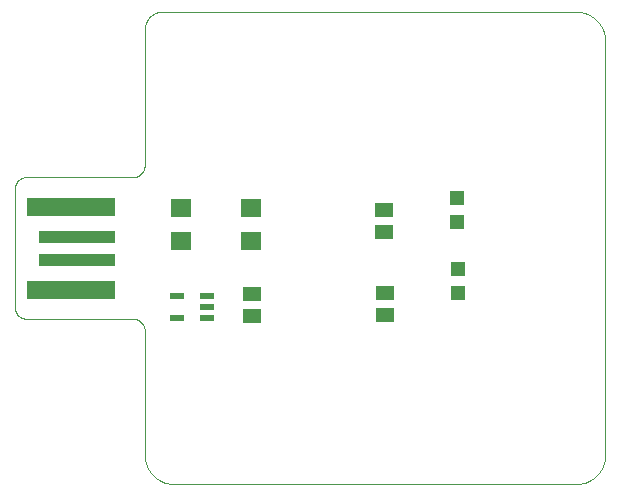
<source format=gtp>
G75*
%MOIN*%
%OFA0B0*%
%FSLAX25Y25*%
%IPPOS*%
%LPD*%
%AMOC8*
5,1,8,0,0,1.08239X$1,22.5*
%
%ADD10C,0.00000*%
%ADD11R,0.07087X0.06299*%
%ADD12R,0.29528X0.05906*%
%ADD13R,0.25591X0.03937*%
%ADD14R,0.04724X0.04724*%
%ADD15R,0.05906X0.05118*%
%ADD16R,0.04724X0.02165*%
D10*
X0056328Y0011043D02*
X0056328Y0052381D01*
X0056326Y0052505D01*
X0056320Y0052628D01*
X0056311Y0052752D01*
X0056297Y0052874D01*
X0056280Y0052997D01*
X0056258Y0053119D01*
X0056233Y0053240D01*
X0056204Y0053360D01*
X0056172Y0053479D01*
X0056135Y0053598D01*
X0056095Y0053715D01*
X0056052Y0053830D01*
X0056004Y0053945D01*
X0055953Y0054057D01*
X0055899Y0054168D01*
X0055841Y0054278D01*
X0055780Y0054385D01*
X0055715Y0054491D01*
X0055647Y0054594D01*
X0055576Y0054695D01*
X0055502Y0054794D01*
X0055425Y0054891D01*
X0055344Y0054985D01*
X0055261Y0055076D01*
X0055175Y0055165D01*
X0055086Y0055251D01*
X0054995Y0055334D01*
X0054901Y0055415D01*
X0054804Y0055492D01*
X0054705Y0055566D01*
X0054604Y0055637D01*
X0054501Y0055705D01*
X0054395Y0055770D01*
X0054288Y0055831D01*
X0054178Y0055889D01*
X0054067Y0055943D01*
X0053955Y0055994D01*
X0053840Y0056042D01*
X0053725Y0056085D01*
X0053608Y0056125D01*
X0053489Y0056162D01*
X0053370Y0056194D01*
X0053250Y0056223D01*
X0053129Y0056248D01*
X0053007Y0056270D01*
X0052884Y0056287D01*
X0052762Y0056301D01*
X0052638Y0056310D01*
X0052515Y0056316D01*
X0052391Y0056318D01*
X0016958Y0056318D01*
X0016834Y0056320D01*
X0016711Y0056326D01*
X0016587Y0056335D01*
X0016465Y0056349D01*
X0016342Y0056366D01*
X0016220Y0056388D01*
X0016099Y0056413D01*
X0015979Y0056442D01*
X0015860Y0056474D01*
X0015741Y0056511D01*
X0015624Y0056551D01*
X0015509Y0056594D01*
X0015394Y0056642D01*
X0015282Y0056693D01*
X0015171Y0056747D01*
X0015061Y0056805D01*
X0014954Y0056866D01*
X0014848Y0056931D01*
X0014745Y0056999D01*
X0014644Y0057070D01*
X0014545Y0057144D01*
X0014448Y0057221D01*
X0014354Y0057302D01*
X0014263Y0057385D01*
X0014174Y0057471D01*
X0014088Y0057560D01*
X0014005Y0057651D01*
X0013924Y0057745D01*
X0013847Y0057842D01*
X0013773Y0057941D01*
X0013702Y0058042D01*
X0013634Y0058145D01*
X0013569Y0058251D01*
X0013508Y0058358D01*
X0013450Y0058468D01*
X0013396Y0058579D01*
X0013345Y0058691D01*
X0013297Y0058806D01*
X0013254Y0058921D01*
X0013214Y0059038D01*
X0013177Y0059157D01*
X0013145Y0059276D01*
X0013116Y0059396D01*
X0013091Y0059517D01*
X0013069Y0059639D01*
X0013052Y0059762D01*
X0013038Y0059884D01*
X0013029Y0060008D01*
X0013023Y0060131D01*
X0013021Y0060255D01*
X0013021Y0099625D01*
X0013023Y0099749D01*
X0013029Y0099872D01*
X0013038Y0099996D01*
X0013052Y0100118D01*
X0013069Y0100241D01*
X0013091Y0100363D01*
X0013116Y0100484D01*
X0013145Y0100604D01*
X0013177Y0100723D01*
X0013214Y0100842D01*
X0013254Y0100959D01*
X0013297Y0101074D01*
X0013345Y0101189D01*
X0013396Y0101301D01*
X0013450Y0101412D01*
X0013508Y0101522D01*
X0013569Y0101629D01*
X0013634Y0101735D01*
X0013702Y0101838D01*
X0013773Y0101939D01*
X0013847Y0102038D01*
X0013924Y0102135D01*
X0014005Y0102229D01*
X0014088Y0102320D01*
X0014174Y0102409D01*
X0014263Y0102495D01*
X0014354Y0102578D01*
X0014448Y0102659D01*
X0014545Y0102736D01*
X0014644Y0102810D01*
X0014745Y0102881D01*
X0014848Y0102949D01*
X0014954Y0103014D01*
X0015061Y0103075D01*
X0015171Y0103133D01*
X0015282Y0103187D01*
X0015394Y0103238D01*
X0015509Y0103286D01*
X0015624Y0103329D01*
X0015741Y0103369D01*
X0015860Y0103406D01*
X0015979Y0103438D01*
X0016099Y0103467D01*
X0016220Y0103492D01*
X0016342Y0103514D01*
X0016465Y0103531D01*
X0016587Y0103545D01*
X0016711Y0103554D01*
X0016834Y0103560D01*
X0016958Y0103562D01*
X0052391Y0103562D01*
X0052515Y0103564D01*
X0052638Y0103570D01*
X0052762Y0103579D01*
X0052884Y0103593D01*
X0053007Y0103610D01*
X0053129Y0103632D01*
X0053250Y0103657D01*
X0053370Y0103686D01*
X0053489Y0103718D01*
X0053608Y0103755D01*
X0053725Y0103795D01*
X0053840Y0103838D01*
X0053955Y0103886D01*
X0054067Y0103937D01*
X0054178Y0103991D01*
X0054288Y0104049D01*
X0054395Y0104110D01*
X0054501Y0104175D01*
X0054604Y0104243D01*
X0054705Y0104314D01*
X0054804Y0104388D01*
X0054901Y0104465D01*
X0054995Y0104546D01*
X0055086Y0104629D01*
X0055175Y0104715D01*
X0055261Y0104804D01*
X0055344Y0104895D01*
X0055425Y0104989D01*
X0055502Y0105086D01*
X0055576Y0105185D01*
X0055647Y0105286D01*
X0055715Y0105389D01*
X0055780Y0105495D01*
X0055841Y0105602D01*
X0055899Y0105712D01*
X0055953Y0105823D01*
X0056004Y0105935D01*
X0056052Y0106050D01*
X0056095Y0106165D01*
X0056135Y0106282D01*
X0056172Y0106401D01*
X0056204Y0106520D01*
X0056233Y0106640D01*
X0056258Y0106761D01*
X0056280Y0106883D01*
X0056297Y0107006D01*
X0056311Y0107128D01*
X0056320Y0107252D01*
X0056326Y0107375D01*
X0056328Y0107499D01*
X0056328Y0152775D01*
X0056330Y0152927D01*
X0056336Y0153079D01*
X0056346Y0153231D01*
X0056359Y0153382D01*
X0056377Y0153533D01*
X0056398Y0153684D01*
X0056424Y0153834D01*
X0056453Y0153983D01*
X0056486Y0154132D01*
X0056523Y0154279D01*
X0056563Y0154426D01*
X0056608Y0154571D01*
X0056656Y0154715D01*
X0056708Y0154858D01*
X0056763Y0155000D01*
X0056822Y0155140D01*
X0056885Y0155279D01*
X0056951Y0155416D01*
X0057021Y0155551D01*
X0057094Y0155684D01*
X0057171Y0155815D01*
X0057251Y0155945D01*
X0057334Y0156072D01*
X0057420Y0156197D01*
X0057510Y0156320D01*
X0057603Y0156440D01*
X0057699Y0156558D01*
X0057798Y0156674D01*
X0057900Y0156787D01*
X0058004Y0156897D01*
X0058112Y0157005D01*
X0058222Y0157109D01*
X0058335Y0157211D01*
X0058451Y0157310D01*
X0058569Y0157406D01*
X0058689Y0157499D01*
X0058812Y0157589D01*
X0058937Y0157675D01*
X0059064Y0157758D01*
X0059194Y0157838D01*
X0059325Y0157915D01*
X0059458Y0157988D01*
X0059593Y0158058D01*
X0059730Y0158124D01*
X0059869Y0158187D01*
X0060009Y0158246D01*
X0060151Y0158301D01*
X0060294Y0158353D01*
X0060438Y0158401D01*
X0060583Y0158446D01*
X0060730Y0158486D01*
X0060877Y0158523D01*
X0061026Y0158556D01*
X0061175Y0158585D01*
X0061325Y0158611D01*
X0061476Y0158632D01*
X0061627Y0158650D01*
X0061778Y0158663D01*
X0061930Y0158673D01*
X0062082Y0158679D01*
X0062234Y0158681D01*
X0062234Y0158680D02*
X0200029Y0158680D01*
X0200029Y0158681D02*
X0200267Y0158678D01*
X0200505Y0158670D01*
X0200742Y0158655D01*
X0200979Y0158635D01*
X0201215Y0158609D01*
X0201451Y0158578D01*
X0201686Y0158541D01*
X0201920Y0158498D01*
X0202153Y0158449D01*
X0202385Y0158395D01*
X0202615Y0158335D01*
X0202844Y0158270D01*
X0203071Y0158199D01*
X0203296Y0158123D01*
X0203519Y0158041D01*
X0203741Y0157954D01*
X0203960Y0157862D01*
X0204177Y0157764D01*
X0204391Y0157662D01*
X0204603Y0157554D01*
X0204813Y0157440D01*
X0205019Y0157322D01*
X0205223Y0157199D01*
X0205423Y0157071D01*
X0205620Y0156939D01*
X0205815Y0156801D01*
X0206005Y0156659D01*
X0206193Y0156512D01*
X0206376Y0156361D01*
X0206556Y0156206D01*
X0206732Y0156046D01*
X0206904Y0155882D01*
X0207073Y0155713D01*
X0207237Y0155541D01*
X0207397Y0155365D01*
X0207552Y0155185D01*
X0207703Y0155002D01*
X0207850Y0154814D01*
X0207992Y0154624D01*
X0208130Y0154429D01*
X0208262Y0154232D01*
X0208390Y0154032D01*
X0208513Y0153828D01*
X0208631Y0153622D01*
X0208745Y0153412D01*
X0208853Y0153200D01*
X0208955Y0152986D01*
X0209053Y0152769D01*
X0209145Y0152550D01*
X0209232Y0152328D01*
X0209314Y0152105D01*
X0209390Y0151880D01*
X0209461Y0151653D01*
X0209526Y0151424D01*
X0209586Y0151194D01*
X0209640Y0150962D01*
X0209689Y0150729D01*
X0209732Y0150495D01*
X0209769Y0150260D01*
X0209800Y0150024D01*
X0209826Y0149788D01*
X0209846Y0149551D01*
X0209861Y0149314D01*
X0209869Y0149076D01*
X0209872Y0148838D01*
X0209871Y0148838D02*
X0209871Y0011043D01*
X0209872Y0011043D02*
X0209869Y0010805D01*
X0209861Y0010567D01*
X0209846Y0010330D01*
X0209826Y0010093D01*
X0209800Y0009857D01*
X0209769Y0009621D01*
X0209732Y0009386D01*
X0209689Y0009152D01*
X0209640Y0008919D01*
X0209586Y0008687D01*
X0209526Y0008457D01*
X0209461Y0008228D01*
X0209390Y0008001D01*
X0209314Y0007776D01*
X0209232Y0007553D01*
X0209145Y0007331D01*
X0209053Y0007112D01*
X0208955Y0006895D01*
X0208853Y0006681D01*
X0208745Y0006469D01*
X0208631Y0006259D01*
X0208513Y0006053D01*
X0208390Y0005849D01*
X0208262Y0005649D01*
X0208130Y0005452D01*
X0207992Y0005257D01*
X0207850Y0005067D01*
X0207703Y0004879D01*
X0207552Y0004696D01*
X0207397Y0004516D01*
X0207237Y0004340D01*
X0207073Y0004168D01*
X0206904Y0003999D01*
X0206732Y0003835D01*
X0206556Y0003675D01*
X0206376Y0003520D01*
X0206193Y0003369D01*
X0206005Y0003222D01*
X0205815Y0003080D01*
X0205620Y0002942D01*
X0205423Y0002810D01*
X0205223Y0002682D01*
X0205019Y0002559D01*
X0204813Y0002441D01*
X0204603Y0002327D01*
X0204391Y0002219D01*
X0204177Y0002117D01*
X0203960Y0002019D01*
X0203741Y0001927D01*
X0203519Y0001840D01*
X0203296Y0001758D01*
X0203071Y0001682D01*
X0202844Y0001611D01*
X0202615Y0001546D01*
X0202385Y0001486D01*
X0202153Y0001432D01*
X0201920Y0001383D01*
X0201686Y0001340D01*
X0201451Y0001303D01*
X0201215Y0001272D01*
X0200979Y0001246D01*
X0200742Y0001226D01*
X0200505Y0001211D01*
X0200267Y0001203D01*
X0200029Y0001200D01*
X0066171Y0001200D01*
X0065933Y0001203D01*
X0065695Y0001211D01*
X0065458Y0001226D01*
X0065221Y0001246D01*
X0064985Y0001272D01*
X0064749Y0001303D01*
X0064514Y0001340D01*
X0064280Y0001383D01*
X0064047Y0001432D01*
X0063815Y0001486D01*
X0063585Y0001546D01*
X0063356Y0001611D01*
X0063129Y0001682D01*
X0062904Y0001758D01*
X0062681Y0001840D01*
X0062459Y0001927D01*
X0062240Y0002019D01*
X0062023Y0002117D01*
X0061809Y0002219D01*
X0061597Y0002327D01*
X0061387Y0002441D01*
X0061181Y0002559D01*
X0060977Y0002682D01*
X0060777Y0002810D01*
X0060580Y0002942D01*
X0060385Y0003080D01*
X0060195Y0003222D01*
X0060007Y0003369D01*
X0059824Y0003520D01*
X0059644Y0003675D01*
X0059468Y0003835D01*
X0059296Y0003999D01*
X0059127Y0004168D01*
X0058963Y0004340D01*
X0058803Y0004516D01*
X0058648Y0004696D01*
X0058497Y0004879D01*
X0058350Y0005067D01*
X0058208Y0005257D01*
X0058070Y0005452D01*
X0057938Y0005649D01*
X0057810Y0005849D01*
X0057687Y0006053D01*
X0057569Y0006259D01*
X0057455Y0006469D01*
X0057347Y0006681D01*
X0057245Y0006895D01*
X0057147Y0007112D01*
X0057055Y0007331D01*
X0056968Y0007553D01*
X0056886Y0007776D01*
X0056810Y0008001D01*
X0056739Y0008228D01*
X0056674Y0008457D01*
X0056614Y0008687D01*
X0056560Y0008919D01*
X0056511Y0009152D01*
X0056468Y0009386D01*
X0056431Y0009621D01*
X0056400Y0009857D01*
X0056374Y0010093D01*
X0056354Y0010330D01*
X0056339Y0010567D01*
X0056331Y0010805D01*
X0056328Y0011043D01*
D11*
X0068454Y0082106D03*
X0068454Y0093129D03*
X0091682Y0093247D03*
X0091682Y0082224D03*
D12*
X0031879Y0093523D03*
X0031879Y0065964D03*
D13*
X0033848Y0075806D03*
X0033848Y0083680D03*
D14*
X0160423Y0088444D03*
X0160423Y0096712D03*
X0160738Y0073090D03*
X0160738Y0064822D03*
D15*
X0136486Y0065019D03*
X0136486Y0057539D03*
X0136171Y0085137D03*
X0136171Y0092617D03*
X0092037Y0064665D03*
X0092037Y0057184D03*
D16*
X0077234Y0056554D03*
X0077234Y0060294D03*
X0077234Y0064035D03*
X0066997Y0064035D03*
X0066997Y0056554D03*
M02*

</source>
